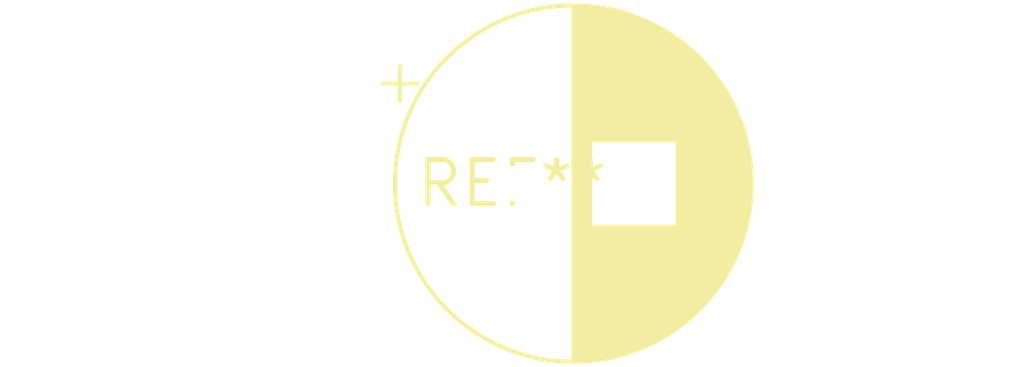
<source format=kicad_pcb>
(kicad_pcb (version 20240108) (generator pcbnew)
  (layers (0 "F.Cu" signal) (31 "B.Cu" signal) (34 "B.Paste" user) (35 "F.Paste" user) (36 "B.SilkS" user "B.Silkscreen") (37 "F.SilkS" user "F.Silkscreen") (38 "B.Mask" user) (39 "F.Mask" user) (44 "Edge.Cuts" user))
  (net 0 "")
  (footprint "CP_Radial_D10.0mm_P3.50mm" (layer "F.Cu") (at 0 0)
    (property "Reference" "REF**")
    (property "Value" "CP_Radial_D10.0mm_P3.50mm")
    (fp_line (start -3.729646 -2.875) (end -2.729646 -2.875) (layer "F.SilkS") (stroke (width 0.12)))
    (fp_line (start -3.229646 -3.375) (end -3.229646 -2.375) (layer "F.SilkS") (stroke (width 0.12)))
    (fp_line (start 1.75 -5.08) (end 1.75 5.08) (layer "F.SilkS") (stroke (width 0.12)))
    (fp_line (start 1.79 -5.08) (end 1.79 5.08) (layer "F.SilkS") (stroke (width 0.12)))
    (fp_line (start 1.83 -5.08) (end 1.83 5.08) (layer "F.SilkS") (stroke (width 0.12)))
    (fp_line (start 1.87 -5.079) (end 1.87 5.079) (layer "F.SilkS") (stroke (width 0.12)))
    (fp_line (start 1.91 -5.078) (end 1.91 5.078) (layer "F.SilkS") (stroke (width 0.12)))
    (fp_line (start 1.95 -5.077) (end 1.95 5.077) (layer "F.SilkS") (stroke (width 0.12)))
    (fp_line (start 1.99 -5.075) (end 1.99 5.075) (layer "F.SilkS") (stroke (width 0.12)))
    (fp_line (start 2.03 -5.073) (end 2.03 5.073) (layer "F.SilkS") (stroke (width 0.12)))
    (fp_line (start 2.07 -5.07) (end 2.07 5.07) (layer "F.SilkS") (stroke (width 0.12)))
    (fp_line (start 2.11 -5.068) (end 2.11 5.068) (layer "F.SilkS") (stroke (width 0.12)))
    (fp_line (start 2.15 -5.065) (end 2.15 5.065) (layer "F.SilkS") (stroke (width 0.12)))
    (fp_line (start 2.19 -5.062) (end 2.19 5.062) (layer "F.SilkS") (stroke (width 0.12)))
    (fp_line (start 2.23 -5.058) (end 2.23 5.058) (layer "F.SilkS") (stroke (width 0.12)))
    (fp_line (start 2.27 -5.054) (end 2.27 -1.241) (layer "F.SilkS") (stroke (width 0.12)))
    (fp_line (start 2.27 1.241) (end 2.27 5.054) (layer "F.SilkS") (stroke (width 0.12)))
    (fp_line (start 2.31 -5.05) (end 2.31 -1.241) (layer "F.SilkS") (stroke (width 0.12)))
    (fp_line (start 2.31 1.241) (end 2.31 5.05) (layer "F.SilkS") (stroke (width 0.12)))
    (fp_line (start 2.35 -5.045) (end 2.35 -1.241) (layer "F.SilkS") (stroke (width 0.12)))
    (fp_line (start 2.35 1.241) (end 2.35 5.045) (layer "F.SilkS") (stroke (width 0.12)))
    (fp_line (start 2.39 -5.04) (end 2.39 -1.241) (layer "F.SilkS") (stroke (width 0.12)))
    (fp_line (start 2.39 1.241) (end 2.39 5.04) (layer "F.SilkS") (stroke (width 0.12)))
    (fp_line (start 2.43 -5.035) (end 2.43 -1.241) (layer "F.SilkS") (stroke (width 0.12)))
    (fp_line (start 2.43 1.241) (end 2.43 5.035) (layer "F.SilkS") (stroke (width 0.12)))
    (fp_line (start 2.471 -5.03) (end 2.471 -1.241) (layer "F.SilkS") (stroke (width 0.12)))
    (fp_line (start 2.471 1.241) (end 2.471 5.03) (layer "F.SilkS") (stroke (width 0.12)))
    (fp_line (start 2.511 -5.024) (end 2.511 -1.241) (layer "F.SilkS") (stroke (width 0.12)))
    (fp_line (start 2.511 1.241) (end 2.511 5.024) (layer "F.SilkS") (stroke (width 0.12)))
    (fp_line (start 2.551 -5.018) (end 2.551 -1.241) (layer "F.SilkS") (stroke (width 0.12)))
    (fp_line (start 2.551 1.241) (end 2.551 5.018) (layer "F.SilkS") (stroke (width 0.12)))
    (fp_line (start 2.591 -5.011) (end 2.591 -1.241) (layer "F.SilkS") (stroke (width 0.12)))
    (fp_line (start 2.591 1.241) (end 2.591 5.011) (layer "F.SilkS") (stroke (width 0.12)))
    (fp_line (start 2.631 -5.004) (end 2.631 -1.241) (layer "F.SilkS") (stroke (width 0.12)))
    (fp_line (start 2.631 1.241) (end 2.631 5.004) (layer "F.SilkS") (stroke (width 0.12)))
    (fp_line (start 2.671 -4.997) (end 2.671 -1.241) (layer "F.SilkS") (stroke (width 0.12)))
    (fp_line (start 2.671 1.241) (end 2.671 4.997) (layer "F.SilkS") (stroke (width 0.12)))
    (fp_line (start 2.711 -4.99) (end 2.711 -1.241) (layer "F.SilkS") (stroke (width 0.12)))
    (fp_line (start 2.711 1.241) (end 2.711 4.99) (layer "F.SilkS") (stroke (width 0.12)))
    (fp_line (start 2.751 -4.982) (end 2.751 -1.241) (layer "F.SilkS") (stroke (width 0.12)))
    (fp_line (start 2.751 1.241) (end 2.751 4.982) (layer "F.SilkS") (stroke (width 0.12)))
    (fp_line (start 2.791 -4.974) (end 2.791 -1.241) (layer "F.SilkS") (stroke (width 0.12)))
    (fp_line (start 2.791 1.241) (end 2.791 4.974) (layer "F.SilkS") (stroke (width 0.12)))
    (fp_line (start 2.831 -4.965) (end 2.831 -1.241) (layer "F.SilkS") (stroke (width 0.12)))
    (fp_line (start 2.831 1.241) (end 2.831 4.965) (layer "F.SilkS") (stroke (width 0.12)))
    (fp_line (start 2.871 -4.956) (end 2.871 -1.241) (layer "F.SilkS") (stroke (width 0.12)))
    (fp_line (start 2.871 1.241) (end 2.871 4.956) (layer "F.SilkS") (stroke (width 0.12)))
    (fp_line (start 2.911 -4.947) (end 2.911 -1.241) (layer "F.SilkS") (stroke (width 0.12)))
    (fp_line (start 2.911 1.241) (end 2.911 4.947) (layer "F.SilkS") (stroke (width 0.12)))
    (fp_line (start 2.951 -4.938) (end 2.951 -1.241) (layer "F.SilkS") (stroke (width 0.12)))
    (fp_line (start 2.951 1.241) (end 2.951 4.938) (layer "F.SilkS") (stroke (width 0.12)))
    (fp_line (start 2.991 -4.928) (end 2.991 -1.241) (layer "F.SilkS") (stroke (width 0.12)))
    (fp_line (start 2.991 1.241) (end 2.991 4.928) (layer "F.SilkS") (stroke (width 0.12)))
    (fp_line (start 3.031 -4.918) (end 3.031 -1.241) (layer "F.SilkS") (stroke (width 0.12)))
    (fp_line (start 3.031 1.241) (end 3.031 4.918) (layer "F.SilkS") (stroke (width 0.12)))
    (fp_line (start 3.071 -4.907) (end 3.071 -1.241) (layer "F.SilkS") (stroke (width 0.12)))
    (fp_line (start 3.071 1.241) (end 3.071 4.907) (layer "F.SilkS") (stroke (width 0.12)))
    (fp_line (start 3.111 -4.897) (end 3.111 -1.241) (layer "F.SilkS") (stroke (width 0.12)))
    (fp_line (start 3.111 1.241) (end 3.111 4.897) (layer "F.SilkS") (stroke (width 0.12)))
    (fp_line (start 3.151 -4.885) (end 3.151 -1.241) (layer "F.SilkS") (stroke (width 0.12)))
    (fp_line (start 3.151 1.241) (end 3.151 4.885) (layer "F.SilkS") (stroke (width 0.12)))
    (fp_line (start 3.191 -4.874) (end 3.191 -1.241) (layer "F.SilkS") (stroke (width 0.12)))
    (fp_line (start 3.191 1.241) (end 3.191 4.874) (layer "F.SilkS") (stroke (width 0.12)))
    (fp_line (start 3.231 -4.862) (end 3.231 -1.241) (layer "F.SilkS") (stroke (width 0.12)))
    (fp_line (start 3.231 1.241) (end 3.231 4.862) (layer "F.SilkS") (stroke (width 0.12)))
    (fp_line (start 3.271 -4.85) (end 3.271 -1.241) (layer "F.SilkS") (stroke (width 0.12)))
    (fp_line (start 3.271 1.241) (end 3.271 4.85) (layer "F.SilkS") (stroke (width 0.12)))
    (fp_line (start 3.311 -4.837) (end 3.311 -1.241) (layer "F.SilkS") (stroke (width 0.12)))
    (fp_line (start 3.311 1.241) (end 3.311 4.837) (layer "F.SilkS") (stroke (width 0.12)))
    (fp_line (start 3.351 -4.824) (end 3.351 -1.241) (layer "F.SilkS") (stroke (width 0.12)))
    (fp_line (start 3.351 1.241) (end 3.351 4.824) (layer "F.SilkS") (stroke (width 0.12)))
    (fp_line (start 3.391 -4.811) (end 3.391 -1.241) (layer "F.SilkS") (stroke (width 0.12)))
    (fp_line (start 3.391 1.241) (end 3.391 4.811) (layer "F.SilkS") (stroke (width 0.12)))
    (fp_line (start 3.431 -4.797) (end 3.431 -1.241) (layer "F.SilkS") (stroke (width 0.12)))
    (fp_line (start 3.431 1.241) (end 3.431 4.797) (layer "F.SilkS") (stroke (width 0.12)))
    (fp_line (start 3.471 -4.783) (end 3.471 -1.241) (layer "F.SilkS") (stroke (width 0.12)))
    (fp_line (start 3.471 1.241) (end 3.471 4.783) (layer "F.SilkS") (stroke (width 0.12)))
    (fp_line (start 3.511 -4.768) (end 3.511 -1.241) (layer "F.SilkS") (stroke (width 0.12)))
    (fp_line (start 3.511 1.241) (end 3.511 4.768) (layer "F.SilkS") (stroke (width 0.12)))
    (fp_line (start 3.551 -4.754) (end 3.551 -1.241) (layer "F.SilkS") (stroke (width 0.12)))
    (fp_line (start 3.551 1.241) (end 3.551 4.754) (layer "F.SilkS") (stroke (width 0.12)))
    (fp_line (start 3.591 -4.738) (end 3.591 -1.241) (layer "F.SilkS") (stroke (width 0.12)))
    (fp_line (start 3.591 1.241) (end 3.591 4.738) (layer "F.SilkS") (stroke (width 0.12)))
    (fp_line (start 3.631 -4.723) (end 3.631 -1.241) (layer "F.SilkS") (stroke (width 0.12)))
    (fp_line (start 3.631 1.241) (end 3.631 4.723) (layer "F.SilkS") (stroke (width 0.12)))
    (fp_line (start 3.671 -4.707) (end 3.671 -1.241) (layer "F.SilkS") (stroke (width 0.12)))
    (fp_line (start 3.671 1.241) (end 3.671 4.707) (layer "F.SilkS") (stroke (width 0.12)))
    (fp_line (start 3.711 -4.69) (end 3.711 -1.241) (layer "F.SilkS") (stroke (width 0.12)))
    (fp_line (start 3.711 1.241) (end 3.711 4.69) (layer "F.SilkS") (stroke (width 0.12)))
    (fp_line (start 3.751 -4.674) (end 3.751 -1.241) (layer "F.SilkS") (stroke (width 0.12)))
    (fp_line (start 3.751 1.241) (end 3.751 4.674) (layer "F.SilkS") (stroke (width 0.12)))
    (fp_line (start 3.791 -4.657) (end 3.791 -1.241) (layer "F.SilkS") (stroke (width 0.12)))
    (fp_line (start 3.791 1.241) (end 3.791 4.657) (layer "F.SilkS") (stroke (width 0.12)))
    (fp_line (start 3.831 -4.639) (end 3.831 -1.241) (layer "F.SilkS") (stroke (width 0.12)))
    (fp_line (start 3.831 1.241) (end 3.831 4.639) (layer "F.SilkS") (stroke (width 0.12)))
    (fp_line (start 3.871 -4.621) (end 3.871 -1.241) (layer "F.SilkS") (stroke (width 0.12)))
    (fp_line (start 3.871 1.241) (end 3.871 4.621) (layer "F.SilkS") (stroke (width 0.12)))
    (fp_line (start 3.911 -4.603) (end 3.911 -1.241) (layer "F.SilkS") (stroke (width 0.12)))
    (fp_line (start 3.911 1.241) (end 3.911 4.603) (layer "F.SilkS") (stroke (width 0.12)))
    (fp_line (start 3.951 -4.584) (end 3.951 -1.241) (layer "F.SilkS") (stroke (width 0.12)))
    (fp_line (start 3.951 1.241) (end 3.951 4.584) (layer "F.SilkS") (stroke (width 0.12)))
    (fp_line (start 3.991 -4.564) (end 3.991 -1.241) (layer "F.SilkS") (stroke (width 0.12)))
    (fp_line (start 3.991 1.241) (end 3.991 4.564) (layer "F.SilkS") (stroke (width 0.12)))
    (fp_line (start 4.031 -4.545) (end 4.031 -1.241) (layer "F.SilkS") (stroke (width 0.12)))
    (fp_line (start 4.031 1.241) (end 4.031 4.545) (layer "F.SilkS") (stroke (width 0.12)))
    (fp_line (start 4.071 -4.525) (end 4.071 -1.241) (layer "F.SilkS") (stroke (width 0.12)))
    (fp_line (start 4.071 1.241) (end 4.071 4.525) (layer "F.SilkS") (stroke (width 0.12)))
    (fp_line (start 4.111 -4.504) (end 4.111 -1.241) (layer "F.SilkS") (stroke (width 0.12)))
    (fp_line (start 4.111 1.241) (end 4.111 4.504) (layer "F.SilkS") (stroke (width 0.12)))
    (fp_line (start 4.151 -4.483) (end 4.151 -1.241) (layer "F.SilkS") (stroke (width 0.12)))
    (fp_line (start 4.151 1.241) (end 4.151 4.483) (layer "F.SilkS") (stroke (width 0.12)))
    (fp_line (start 4.191 -4.462) (end 4.191 -1.241) (layer "F.SilkS") (stroke (width 0.12)))
    (fp_line (start 4.191 1.241) (end 4.191 4.462) (layer "F.SilkS") (stroke (width 0.12)))
    (fp_line (start 4.231 -4.44) (end 4.231 -1.241) (layer "F.SilkS") (stroke (width 0.12)))
    (fp_line (start 4.231 1.241) (end 4.231 4.44) (layer "F.SilkS") (stroke (width 0.12)))
    (fp_line (start 4.271 -4.417) (end 4.271 -1.241) (layer "F.SilkS") (stroke (width 0.12)))
    (fp_line (start 4.271 1.241) (end 4.271 4.417) (layer "F.SilkS") (stroke (width 0.12)))
    (fp_line (start 4.311 -4.395) (end 4.311 -1.241) (layer "F.SilkS") (stroke (width 0.12)))
    (fp_line (start 4.311 1.241) (end 4.311 4.395) (layer "F.SilkS") (stroke (width 0.12)))
    (fp_line (start 4.351 -4.371) (end 4.351 -1.241) (layer "F.SilkS") (stroke (width 0.12)))
    (fp_line (start 4.351 1.241) (end 4.351 4.371) (layer "F.SilkS") (stroke (width 0.12)))
    (fp_line (start 4.391 -4.347) (end 4.391 -1.241) (layer "F.SilkS") (stroke (width 0.12)))
    (fp_line (start 4.391 1.241) (end 4.391 4.347) (layer "F.SilkS") (stroke (width 0.12)))
    (fp_line (start 4.431 -4.323) (end 4.431 -1.241) (layer "F.SilkS") (stroke (width 0.12)))
    (fp_line (start 4.431 1.241) (end 4.431 4.323) (layer "F.SilkS") (stroke (width 0.12)))
    (fp_line (start 4.471 -4.298) (end 4.471 -1.241) (layer "F.SilkS") (stroke (width 0.12)))
    (fp_line (start 4.471 1.241) (end 4.471 4.298) (layer "F.SilkS") (stroke (width 0.12)))
    (fp_line (start 4.511 -4.273) (end 4.511 -1.241) (layer "F.SilkS") (stroke (width 0.12)))
    (fp_line (start 4.511 1.241) (end 4.511 4.273) (layer "F.SilkS") (stroke (width 0.12)))
    (fp_line (start 4.551 -4.247) (end 4.551 -1.241) (layer "F.SilkS") (stroke (width 0.12)))
    (fp_line (start 4.551 1.241) (end 4.551 4.247) (layer "F.SilkS") (stroke (width 0.12)))
    (fp_line (start 4.591 -4.221) (end 4.591 -1.241) (layer "F.SilkS") (stroke (width 0.12)))
    (fp_line (start 4.591 1.241) (end 4.591 4.221) (layer "F.SilkS") (stroke (width 0.12)))
    (fp_line (start 4.631 -4.194) (end 4.631 -1.241) (layer "F.SilkS") (stroke (width 0.12)))
    (fp_line (start 4.631 1.241) (end 4.631 4.194) (layer "F.SilkS") (stroke (width 0.12)))
    (fp_line (start 4.671 -4.166) (end 4.671 -1.241) (layer "F.SilkS") (stroke (width 0.12)))
    (fp_line (start 4.671 1.241) (end 4.671 4.166) (layer "F.SilkS") (stroke (width 0.12)))
    (fp_line (start 4.711 -4.138) (end 4.711 -1.241) (layer "F.SilkS") (stroke (width 0.12)))
    (fp_line (start 4.711 1.241) (end 4.711 4.138) (layer "F.SilkS") (stroke (width 0.12)))
    (fp_line (start 4.751 -4.11) (end 4.751 4.11) (layer "F.SilkS") (stroke (width 0.12)))
    (fp_line (start 4.791 -4.08) (end 4.791 4.08) (layer "F.SilkS") (stroke (width 0.12)))
    (fp_line (start 4.831 -4.05) (end 4.831 4.05) (layer "F.SilkS") (stroke (width 0.12)))
    (fp_line (start 4.871 -4.02) (end 4.871 4.02) (layer "F.SilkS") (stroke (width 0.12)))
    (fp_line (start 4.911 -3.989) (end 4.911 3.989) (layer "F.SilkS") (stroke (width 0.12)))
    (fp_line (start 4.951 -3.957) (end 4.951 3.957) (layer "F.SilkS") (stroke (width 0.12)))
    (fp_line (start 4.991 -3.925) (end 4.991 3.925) (layer "F.SilkS") (stroke (width 0.12)))
    (fp_line (start 5.031 -3.892) (end 5.031 3.892) (layer "F.SilkS") (stroke (width 0.12)))
    (fp_line (start 5.071 -3.858) (end 5.071 3.858) (layer "F.SilkS") (stroke (width 0.12)))
    (fp_line (start 5.111 -3.824) (end 5.111 3.824) (layer "F.SilkS") (stroke (width 0.12)))
    (fp_line (start 5.151 -3.789) (end 5.151 3.789) (layer "F.SilkS") (stroke (width 0.12)))
    (fp_line (start 5.191 -3.753) (end 5.191 3.753) (layer "F.SilkS") (stroke (width 0.12)))
    (fp_line (start 5.231 -3.716) (end 5.231 3.716) (layer "F.SilkS") (stroke (width 0.12)))
    (fp_line (start 5.271 -3.679) (end 5.271 3.679) (layer "F.SilkS") (stroke (width 0.12)))
    (fp_line (start 5.311 -3.64) (end 5.311 3.64) (layer "F.SilkS") (stroke (width 0.12)))
    (fp_line (start 5.351 -3.601) (end 5.351 3.601) (layer "F.SilkS") (stroke (width 0.12)))
    (fp_line (start 5.391 -3.561) (end 5.391 3.561) (layer "F.SilkS") (stroke (width 0.12)))
    (fp_line (start 5.431 -3.52) (end 5.431 3.52) (layer "F.SilkS") (stroke (width 0.12)))
    (fp_line (start 5.471 -3.478) (end 5.471 3.478) (layer "F.SilkS") (stroke (width 0.12)))
    (fp_line (start 5.511 -3.436) (end 5.511 3.436) (layer "F.SilkS") (stroke (width 0.12)))
    (fp_line (start 5.551 -3.392) (end 5.551 3.392) (layer "F.SilkS") (stroke (width 0.12)))
    (fp_line (start 5.591 -3.347) (end 5.591 3.347) (layer "F.SilkS") (stroke (width 0.12)))
    (fp_line (start 5.631 -3.301) (end 5.631 3.301) (layer "F.SilkS") (stroke (width 0.12)))
    (fp_line (start 5.671 -3.254) (end 5.671 3.254) (layer "F.SilkS") (stroke (width 0.12)))
    (fp_line (start 5.711 -3.206) (end 5.711 3.206) (layer "F.SilkS") (stroke (width 0.12)))
    (fp_line (start 5.751 -3.156) (end 5.751 3.156) (layer "F.SilkS") (stroke (width 0.12)))
    (fp_line (start 5.791 -3.106) (end 5.791 3.106) (layer "F.SilkS") (stroke (width 0.12)))
    (fp_line (start 5.831 -3.054) (end 5.831 3.054) (layer "F.SilkS") (stroke (width 0.12)))
    (fp_line (start 5.871 -3) (end 5.871 3) (layer "F.SilkS") (stroke (width 0.12)))
    (fp_line (start 5.911 -2.945) (end 5.911 2.945) (layer "F.SilkS") (stroke (width 0.12)))
    (fp_line (start 5.951 -2.889) (end 5.951 2.889) (layer "F.SilkS") (stroke (width 0.12)))
    (fp_line (start 5.991 -2.83) (end 5.991 2.83) (layer "F.SilkS") (stroke (width 0.12)))
    (fp_line (start 6.031 -2.77) (end 6.031 2.77) (layer "F.SilkS") (stroke (width 0.12)))
    (fp_line (start 6.071 -2.709) (end 6.071 2.709) (layer "F.SilkS") (stroke (width 0.12)))
    (fp_line (start 6.111 -2.645) (end 6.111 2.645) (layer "F.SilkS") (stroke (width 0.12)))
    (fp_line (start 6.151 -2.579) (end 6.151 2.579) (layer "F.SilkS") (stroke (width 0.12)))
    (fp_line (start 6.191 -2.51) (end 6.191 2.51) (layer "F.SilkS") (stroke (width 0.12)))
    (fp_line (start 6.231 -2.439) (end 6.231 2.439) (layer "F.SilkS") (stroke (width 0.12)))
    (fp_line (start 6.271 -2.365) (end 6.271 2.365) (layer "F.SilkS") (stroke (width 0.12)))
    (fp_line (start 6.311 -2.289) (end 6.311 2.289) (layer "F.SilkS") (stroke (width 0.12)))
    (fp_line (start 6.351 -2.209) (end 6.351 2.209) (layer "F.SilkS") (stroke (width 0.12)))
    (fp_line (start 6.391 -2.125) (end 6.391 2.125) (layer "F.SilkS") (stroke (width 0.12)))
    (fp_line (start 6.431 -2.037) (end 6.431 2.037) (layer "F.SilkS") (stroke (width 0.12)))
    (fp_line (start 6.471 -1.944) (end 6.471 1.944) (layer "F.SilkS") (stroke (width 0.12)))
    (fp_line (start 6.511 -1.846) (end 6.511 1.846) (layer "F.SilkS") (stroke (width 0.12)))
    (fp_line (start 6.551 -1.742) (end 6.551 1.742) (layer "F.SilkS") (stroke (width 0.12)))
    (fp_line (start 6.591 -1.63) (end 6.591 1.63) (layer "F.SilkS") (stroke (width 0.12)))
    (fp_line (start 6.631 -1.51) (end 6.631 1.51) (layer "F.SilkS") (stroke (width 0.12)))
    (fp_line (start 6.671 -1.378) (end 6.671 1.378) (layer "F.SilkS") (stroke (width 0.12)))
    (fp_line (start 6.711 -1.23) (end 6.711 1.23) (layer "F.SilkS") (stroke (width 0.12)))
    (fp_line (start 6.751 -1.062) (end 6.751 1.062) (layer "F.SilkS") (stroke (width 0.12)))
    (fp_line (start 6.791 -0.862) (end 6.791 0.862) (layer "F.SilkS") (stroke (width 0.12)))
    (fp_line (start 6.831 -0.599) (end 6.831 0.599) (layer "F.SilkS") (stroke (width 0.12)))
    (fp_circle (center 1.75 0) (end 6.87 0) (layer "F.SilkS") (stroke (width 0.12)) (fill none))
    (pad "1" thru_hole rect (at 0 0) (size 2 2) (drill 1) (layers *.Cu *.Mask) (remove_unused_layers))
    (pad "2" thru_hole circle (at 3.5 0) (size 2 2) (drill 1) (layers *.Cu *.Mask) (remove_unused_layers))
  )
)
</source>
